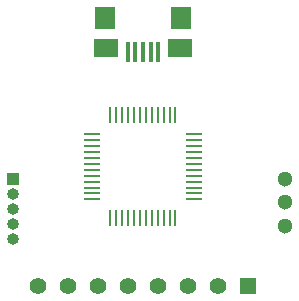
<source format=gbs>
G04 #@! TF.GenerationSoftware,KiCad,Pcbnew,(5.1.10-1-10_14)*
G04 #@! TF.CreationDate,2021-08-08T19:51:24+09:00*
G04 #@! TF.ProjectId,MiniCon,4d696e69-436f-46e2-9e6b-696361645f70,V1.0*
G04 #@! TF.SameCoordinates,Original*
G04 #@! TF.FileFunction,Soldermask,Bot*
G04 #@! TF.FilePolarity,Negative*
%FSLAX46Y46*%
G04 Gerber Fmt 4.6, Leading zero omitted, Abs format (unit mm)*
G04 Created by KiCad (PCBNEW (5.1.10-1-10_14)) date 2021-08-08 19:51:24*
%MOMM*%
%LPD*%
G01*
G04 APERTURE LIST*
%ADD10R,1.400000X0.150000*%
%ADD11R,0.150000X1.400000*%
%ADD12C,1.300000*%
%ADD13R,1.000000X1.000000*%
%ADD14O,1.000000X1.000000*%
%ADD15R,1.400000X1.400000*%
%ADD16C,1.400000*%
%ADD17R,1.800000X1.900000*%
%ADD18R,2.100000X1.600000*%
%ADD19R,0.300000X1.750000*%
G04 APERTURE END LIST*
D10*
X4350000Y2750000D03*
X4350000Y2250000D03*
X4350000Y1750000D03*
X4350000Y1250000D03*
X4350000Y750000D03*
X4350000Y250000D03*
X4350000Y-250000D03*
X4350000Y-750000D03*
X4350000Y-1250000D03*
X4350000Y-1750000D03*
X4350000Y-2250000D03*
X4350000Y-2750000D03*
D11*
X2750000Y-4350000D03*
X2250000Y-4350000D03*
X1750000Y-4350000D03*
X1250000Y-4350000D03*
X750000Y-4350000D03*
X250000Y-4350000D03*
X-250000Y-4350000D03*
X-750000Y-4350000D03*
X-1250000Y-4350000D03*
X-1750000Y-4350000D03*
X-2250000Y-4350000D03*
X-2750000Y-4350000D03*
D10*
X-4350000Y-2750000D03*
X-4350000Y-2250000D03*
X-4350000Y-1750000D03*
X-4350000Y-1250000D03*
X-4350000Y-750000D03*
X-4350000Y-250000D03*
X-4350000Y250000D03*
X-4350000Y750000D03*
X-4350000Y1250000D03*
X-4350000Y1750000D03*
X-4350000Y2250000D03*
X-4350000Y2750000D03*
D11*
X-2750000Y4350000D03*
X-2250000Y4350000D03*
X-1750000Y4350000D03*
X-1250000Y4350000D03*
X-750000Y4350000D03*
X-250000Y4350000D03*
X250000Y4350000D03*
X750000Y4350000D03*
X1250000Y4350000D03*
X1750000Y4350000D03*
X2250000Y4350000D03*
X2750000Y4350000D03*
D12*
X12000000Y-5000000D03*
X12000000Y-3000000D03*
X12000000Y-1000000D03*
D13*
X-11000000Y-1000000D03*
D14*
X-11000000Y-2270000D03*
X-11000000Y-3540000D03*
X-11000000Y-4810000D03*
X-11000000Y-6080000D03*
D15*
X8900000Y-10050000D03*
D16*
X6360000Y-10050000D03*
X3820000Y-10050000D03*
X1280000Y-10050000D03*
X-1260000Y-10050000D03*
X-3800000Y-10050000D03*
X-6340000Y-10050000D03*
X-8880000Y-10050000D03*
D17*
X3250000Y12600000D03*
X-3250000Y12600000D03*
D18*
X3100000Y10050000D03*
X-3100000Y10050000D03*
D19*
X1300000Y9725000D03*
X650000Y9725000D03*
X0Y9725000D03*
X-650000Y9725000D03*
X-1300000Y9725000D03*
M02*

</source>
